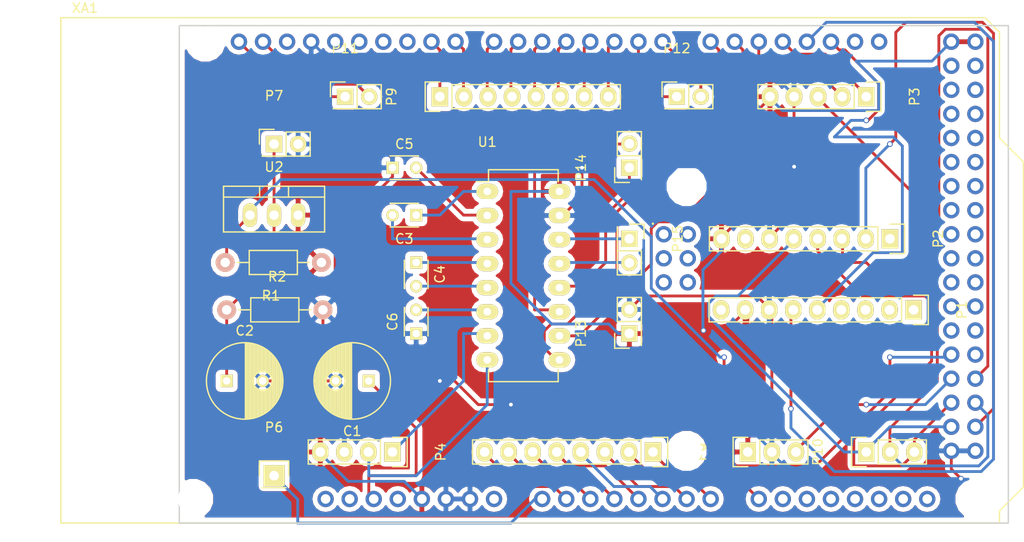
<source format=kicad_pcb>
(kicad_pcb (version 4) (host pcbnew 4.0.2+dfsg1-stable)
  (layers (0 F.Cu signal) (31 B.Cu signal) (34 B.Paste user) (35 F.Paste user) (36 B.SilkS user) (37 F.SilkS user) (38 B.Mask user) (39 F.Mask user) (44 Edge.Cuts user))
  (net 0 "")
  (net 1 "Net-(XA1-PadRST2)")
  (net 2 "Net-(XA1-PadGND4)")
  (net 3 "Net-(XA1-PadMOSI)")
  (net 4 "Net-(XA1-PadSCK)")
  (net 5 "Net-(XA1-Pad5V2)")
  (net 6 "Net-(XA1-PadVIN)")
  (net 7 "Net-(XA1-Pad3V3)")
  (net 8 "Net-(XA1-PadIORF)")
  (net 9 "Net-(XA1-PadD21)")
  (net 10 "Net-(XA1-PadD20)")
  (net 11 "Net-(XA1-PadD10)")
  (net 12 "Net-(XA1-PadAREF)")
  (net 13 "Net-(XA1-PadD13)")
  (net 14 "Net-(XA1-PadD12)")
  (net 15 "Net-(XA1-PadD11)")
  (net 16 "Net-(XA1-PadA9)")
  (net 17 "Net-(XA1-PadA10)")
  (net 18 "Net-(XA1-PadA11)")
  (net 19 "Net-(XA1-PadA12)")
  (net 20 "Net-(XA1-PadA13)")
  (net 21 "Net-(XA1-PadA14)")
  (net 22 "Net-(XA1-PadA15)")
  (net 23 "Net-(XA1-PadD22)")
  (net 24 "Net-(XA1-PadD23)")
  (net 25 "Net-(XA1-PadD24)")
  (net 26 "Net-(XA1-PadD25)")
  (net 27 "Net-(XA1-PadD26)")
  (net 28 "Net-(XA1-PadD27)")
  (net 29 "Net-(XA1-PadD28)")
  (net 30 "Net-(XA1-PadD29)")
  (net 31 "Net-(XA1-PadD30)")
  (net 32 "Net-(XA1-PadD31)")
  (net 33 "Net-(XA1-PadD32)")
  (net 34 "Net-(XA1-PadD33)")
  (net 35 "Net-(XA1-PadD34)")
  (net 36 "Net-(XA1-PadD35)")
  (net 37 "Net-(XA1-PadD36)")
  (net 38 "Net-(XA1-PadD37)")
  (net 39 "Net-(XA1-PadD38)")
  (net 40 "Net-(XA1-PadD39)")
  (net 41 "Net-(XA1-PadD40)")
  (net 42 "Net-(XA1-PadD41)")
  (net 43 "Net-(XA1-PadD42)")
  (net 44 "Net-(XA1-PadD43)")
  (net 45 "Net-(XA1-PadD44)")
  (net 46 "Net-(XA1-PadD45)")
  (net 47 "Net-(XA1-PadD47)")
  (net 48 "Net-(XA1-PadMISO)")
  (net 49 GND)
  (net 50 "Net-(C1-Pad1)")
  (net 51 "Net-(C2-Pad1)")
  (net 52 "Net-(C3-Pad1)")
  (net 53 "Net-(C3-Pad2)")
  (net 54 "Net-(C4-Pad1)")
  (net 55 "Net-(C4-Pad2)")
  (net 56 "Net-(C5-Pad2)")
  (net 57 "Net-(C6-Pad2)")
  (net 58 "Net-(P1-Pad1)")
  (net 59 "Net-(P1-Pad2)")
  (net 60 "Net-(P1-Pad3)")
  (net 61 "Net-(P1-Pad4)")
  (net 62 /MEGA_RX_1)
  (net 63 /MEGA_TX_1)
  (net 64 +5V)
  (net 65 "Net-(P1-Pad9)")
  (net 66 "Net-(P2-Pad1)")
  (net 67 /SS)
  (net 68 /MOSI)
  (net 69 /MISO)
  (net 70 /SCK)
  (net 71 "Net-(P2-Pad7)")
  (net 72 /IRD_RXC)
  (net 73 /IRD_TXD)
  (net 74 /IRD_ON_OFF)
  (net 75 /VN_YELLOW)
  (net 76 /VN_WHITE)
  (net 77 /MEGA_feedback)
  (net 78 /BATT_+)
  (net 79 /ANALOG_1)
  (net 80 /ANALOG_2)
  (net 81 /ANALOG_3)
  (net 82 /ANALOG_4)
  (net 83 /ANALOG_5)
  (net 84 /ANALOG_6)
  (net 85 /ANALOG_7)
  (net 86 /ANALOG_8)
  (net 87 /DGTL_1)
  (net 88 /DGTL_2)
  (net 89 /DGTL_3)
  (net 90 /DGTL_4)
  (net 91 /DGTL_5)
  (net 92 /DGTL_6)
  (net 93 /DGTL_7)
  (net 94 /DGTL_8)
  (net 95 /SCL)
  (net 96 /SDA)
  (net 97 /TX0)
  (net 98 /RX0)
  (net 99 "Net-(P14-Pad1)")
  (net 100 "Net-(P14-Pad2)")
  (net 101 "Net-(P15-Pad1)")
  (net 102 "Net-(P15-Pad2)")
  (net 103 /RPI_control)
  (net 104 /TX3)
  (net 105 /RX3)
  (module Arduino:Arduino_Mega2560_Shield (layer F.Cu) (at 112.5 140)
    (fp_text reference XA1 (at 2.54 -54.356) (layer F.SilkS))
    (fp_text value Arduino_Mega2560_Shield)
    (fp_text user . (at 62.484 -32.004) (layer F.SilkS))
    (pad RST2 thru_hole oval (at 63.627 -25.4) (size 1.7272 1.7272) (drill 1.016) (layers *.Cu *.Mask) (net 1 "Net-(XA1-PadRST2)"))
    (pad GND4 thru_hole oval (at 66.167 -25.4) (size 1.7272 1.7272) (drill 1.016) (layers *.Cu *.Mask) (net 2 "Net-(XA1-PadGND4)"))
    (pad MOSI thru_hole oval (at 66.167 -27.94) (size 1.7272 1.7272) (drill 1.016) (layers *.Cu *.Mask) (net 3 "Net-(XA1-PadMOSI)"))
    (pad SCK thru_hole oval (at 63.627 -27.94) (size 1.7272 1.7272) (drill 1.016) (layers *.Cu *.Mask) (net 4 "Net-(XA1-PadSCK)"))
    (pad 5V2 thru_hole oval (at 66.167 -30.48) (size 1.7272 1.7272) (drill 1.016) (layers *.Cu *.Mask) (net 5 "Net-(XA1-Pad5V2)"))
    (pad A0 thru_hole oval (at 50.8 -2.54) (size 1.7272 1.7272) (drill 1.016) (layers *.Cu *.Mask) (net 78 /BATT_+))
    (pad VIN thru_hole oval (at 45.72 -2.54) (size 1.7272 1.7272) (drill 1.016) (layers *.Cu *.Mask) (net 6 "Net-(XA1-PadVIN)"))
    (pad GND3 thru_hole oval (at 43.18 -2.54) (size 1.7272 1.7272) (drill 1.016) (layers *.Cu *.Mask) (net 49 GND))
    (pad GND2 thru_hole oval (at 40.64 -2.54) (size 1.7272 1.7272) (drill 1.016) (layers *.Cu *.Mask) (net 49 GND))
    (pad 5V1 thru_hole oval (at 38.1 -2.54) (size 1.7272 1.7272) (drill 1.016) (layers *.Cu *.Mask) (net 64 +5V))
    (pad 3V3 thru_hole oval (at 35.56 -2.54) (size 1.7272 1.7272) (drill 1.016) (layers *.Cu *.Mask) (net 7 "Net-(XA1-Pad3V3)"))
    (pad RST1 thru_hole oval (at 33.02 -2.54) (size 1.7272 1.7272) (drill 1.016) (layers *.Cu *.Mask) (net 50 "Net-(C1-Pad1)"))
    (pad IORF thru_hole oval (at 30.48 -2.54) (size 1.7272 1.7272) (drill 1.016) (layers *.Cu *.Mask) (net 8 "Net-(XA1-PadIORF)"))
    (pad D21 thru_hole oval (at 86.36 -50.8) (size 1.7272 1.7272) (drill 1.016) (layers *.Cu *.Mask) (net 9 "Net-(XA1-PadD21)"))
    (pad D20 thru_hole oval (at 83.82 -50.8) (size 1.7272 1.7272) (drill 1.016) (layers *.Cu *.Mask) (net 10 "Net-(XA1-PadD20)"))
    (pad D19 thru_hole oval (at 81.28 -50.8) (size 1.7272 1.7272) (drill 1.016) (layers *.Cu *.Mask) (net 62 /MEGA_RX_1))
    (pad D18 thru_hole oval (at 78.74 -50.8) (size 1.7272 1.7272) (drill 1.016) (layers *.Cu *.Mask) (net 63 /MEGA_TX_1))
    (pad D17 thru_hole oval (at 76.2 -50.8) (size 1.7272 1.7272) (drill 1.016) (layers *.Cu *.Mask) (net 72 /IRD_RXC))
    (pad D16 thru_hole oval (at 73.66 -50.8) (size 1.7272 1.7272) (drill 1.016) (layers *.Cu *.Mask) (net 73 /IRD_TXD))
    (pad D15 thru_hole oval (at 71.12 -50.8) (size 1.7272 1.7272) (drill 1.016) (layers *.Cu *.Mask) (net 105 /RX3))
    (pad D14 thru_hole oval (at 68.58 -50.8) (size 1.7272 1.7272) (drill 1.016) (layers *.Cu *.Mask) (net 104 /TX3))
    (pad D0 thru_hole oval (at 63.5 -50.8) (size 1.7272 1.7272) (drill 1.016) (layers *.Cu *.Mask) (net 98 /RX0))
    (pad D1 thru_hole oval (at 60.96 -50.8) (size 1.7272 1.7272) (drill 1.016) (layers *.Cu *.Mask) (net 97 /TX0))
    (pad D2 thru_hole oval (at 58.42 -50.8) (size 1.7272 1.7272) (drill 1.016) (layers *.Cu *.Mask) (net 94 /DGTL_8))
    (pad D3 thru_hole oval (at 55.88 -50.8) (size 1.7272 1.7272) (drill 1.016) (layers *.Cu *.Mask) (net 93 /DGTL_7))
    (pad D4 thru_hole oval (at 53.34 -50.8) (size 1.7272 1.7272) (drill 1.016) (layers *.Cu *.Mask) (net 92 /DGTL_6))
    (pad D5 thru_hole oval (at 50.8 -50.8) (size 1.7272 1.7272) (drill 1.016) (layers *.Cu *.Mask) (net 91 /DGTL_5))
    (pad D6 thru_hole oval (at 48.26 -50.8) (size 1.7272 1.7272) (drill 1.016) (layers *.Cu *.Mask) (net 90 /DGTL_4))
    (pad D7 thru_hole oval (at 45.72 -50.8) (size 1.7272 1.7272) (drill 1.016) (layers *.Cu *.Mask) (net 89 /DGTL_3))
    (pad GND1 thru_hole oval (at 26.416 -50.8) (size 1.7272 1.7272) (drill 1.016) (layers *.Cu *.Mask) (net 49 GND))
    (pad D8 thru_hole oval (at 41.656 -50.8) (size 1.7272 1.7272) (drill 1.016) (layers *.Cu *.Mask) (net 88 /DGTL_2))
    (pad D9 thru_hole oval (at 39.116 -50.8) (size 1.7272 1.7272) (drill 1.016) (layers *.Cu *.Mask) (net 87 /DGTL_1))
    (pad D10 thru_hole oval (at 36.576 -50.8) (size 1.7272 1.7272) (drill 1.016) (layers *.Cu *.Mask) (net 11 "Net-(XA1-PadD10)"))
    (pad "" np_thru_hole circle (at 66.04 -7.62) (size 3.2 3.2) (drill 3.2) (layers *.Cu *.Mask))
    (pad "" np_thru_hole circle (at 66.04 -35.56) (size 3.2 3.2) (drill 3.2) (layers *.Cu *.Mask))
    (pad "" np_thru_hole circle (at 90.17 -50.8) (size 3.2 3.2) (drill 3.2) (layers *.Cu *.Mask))
    (pad "" np_thru_hole circle (at 15.24 -50.8) (size 3.2 3.2) (drill 3.2) (layers *.Cu *.Mask))
    (pad "" np_thru_hole circle (at 96.52 -2.54) (size 3.2 3.2) (drill 3.2) (layers *.Cu *.Mask))
    (pad "" np_thru_hole circle (at 13.97 -2.54) (size 3.2 3.2) (drill 3.2) (layers *.Cu *.Mask))
    (pad SCL thru_hole oval (at 18.796 -50.8) (size 1.7272 1.7272) (drill 1.016) (layers *.Cu *.Mask) (net 95 /SCL))
    (pad SDA thru_hole oval (at 21.336 -50.8) (size 1.7272 1.7272) (drill 1.016) (layers *.Cu *.Mask) (net 96 /SDA))
    (pad AREF thru_hole oval (at 23.876 -50.8) (size 1.7272 1.7272) (drill 1.016) (layers *.Cu *.Mask) (net 12 "Net-(XA1-PadAREF)"))
    (pad D13 thru_hole oval (at 28.956 -50.8) (size 1.7272 1.7272) (drill 1.016) (layers *.Cu *.Mask) (net 13 "Net-(XA1-PadD13)"))
    (pad D12 thru_hole oval (at 31.496 -50.8) (size 1.7272 1.7272) (drill 1.016) (layers *.Cu *.Mask) (net 14 "Net-(XA1-PadD12)"))
    (pad D11 thru_hole oval (at 34.036 -50.8) (size 1.7272 1.7272) (drill 1.016) (layers *.Cu *.Mask) (net 15 "Net-(XA1-PadD11)"))
    (pad "" thru_hole oval (at 27.94 -2.54) (size 1.7272 1.7272) (drill 1.016) (layers *.Cu *.Mask))
    (pad A1 thru_hole oval (at 53.34 -2.54) (size 1.7272 1.7272) (drill 1.016) (layers *.Cu *.Mask) (net 86 /ANALOG_8))
    (pad A2 thru_hole oval (at 55.88 -2.54) (size 1.7272 1.7272) (drill 1.016) (layers *.Cu *.Mask) (net 85 /ANALOG_7))
    (pad A3 thru_hole oval (at 58.42 -2.54) (size 1.7272 1.7272) (drill 1.016) (layers *.Cu *.Mask) (net 84 /ANALOG_6))
    (pad A4 thru_hole oval (at 60.96 -2.54) (size 1.7272 1.7272) (drill 1.016) (layers *.Cu *.Mask) (net 83 /ANALOG_5))
    (pad A5 thru_hole oval (at 63.5 -2.54) (size 1.7272 1.7272) (drill 1.016) (layers *.Cu *.Mask) (net 82 /ANALOG_4))
    (pad A6 thru_hole oval (at 66.04 -2.54) (size 1.7272 1.7272) (drill 1.016) (layers *.Cu *.Mask) (net 81 /ANALOG_3))
    (pad A7 thru_hole oval (at 68.58 -2.54) (size 1.7272 1.7272) (drill 1.016) (layers *.Cu *.Mask) (net 80 /ANALOG_2))
    (pad A8 thru_hole oval (at 73.66 -2.54) (size 1.7272 1.7272) (drill 1.016) (layers *.Cu *.Mask) (net 79 /ANALOG_1))
    (pad A9 thru_hole oval (at 76.2 -2.54) (size 1.7272 1.7272) (drill 1.016) (layers *.Cu *.Mask) (net 16 "Net-(XA1-PadA9)"))
    (pad A10 thru_hole oval (at 78.74 -2.54) (size 1.7272 1.7272) (drill 1.016) (layers *.Cu *.Mask) (net 17 "Net-(XA1-PadA10)"))
    (pad A11 thru_hole oval (at 81.28 -2.54) (size 1.7272 1.7272) (drill 1.016) (layers *.Cu *.Mask) (net 18 "Net-(XA1-PadA11)"))
    (pad A12 thru_hole oval (at 83.82 -2.54) (size 1.7272 1.7272) (drill 1.016) (layers *.Cu *.Mask) (net 19 "Net-(XA1-PadA12)"))
    (pad A13 thru_hole oval (at 86.36 -2.54) (size 1.7272 1.7272) (drill 1.016) (layers *.Cu *.Mask) (net 20 "Net-(XA1-PadA13)"))
    (pad A14 thru_hole oval (at 88.9 -2.54) (size 1.7272 1.7272) (drill 1.016) (layers *.Cu *.Mask) (net 21 "Net-(XA1-PadA14)"))
    (pad A15 thru_hole oval (at 91.44 -2.54) (size 1.7272 1.7272) (drill 1.016) (layers *.Cu *.Mask) (net 22 "Net-(XA1-PadA15)"))
    (pad 5V3 thru_hole oval (at 93.98 -50.8) (size 1.7272 1.7272) (drill 1.016) (layers *.Cu *.Mask) (net 64 +5V))
    (pad 5V4 thru_hole oval (at 96.52 -50.8) (size 1.7272 1.7272) (drill 1.016) (layers *.Cu *.Mask) (net 64 +5V))
    (pad D22 thru_hole oval (at 93.98 -48.26) (size 1.7272 1.7272) (drill 1.016) (layers *.Cu *.Mask) (net 23 "Net-(XA1-PadD22)"))
    (pad D23 thru_hole oval (at 96.52 -48.26) (size 1.7272 1.7272) (drill 1.016) (layers *.Cu *.Mask) (net 24 "Net-(XA1-PadD23)"))
    (pad D24 thru_hole oval (at 93.98 -45.72) (size 1.7272 1.7272) (drill 1.016) (layers *.Cu *.Mask) (net 25 "Net-(XA1-PadD24)"))
    (pad D25 thru_hole oval (at 96.52 -45.72) (size 1.7272 1.7272) (drill 1.016) (layers *.Cu *.Mask) (net 26 "Net-(XA1-PadD25)"))
    (pad D26 thru_hole oval (at 93.98 -43.18) (size 1.7272 1.7272) (drill 1.016) (layers *.Cu *.Mask) (net 27 "Net-(XA1-PadD26)"))
    (pad D27 thru_hole oval (at 96.52 -43.18) (size 1.7272 1.7272) (drill 1.016) (layers *.Cu *.Mask) (net 28 "Net-(XA1-PadD27)"))
    (pad D28 thru_hole oval (at 93.98 -40.64) (size 1.7272 1.7272) (drill 1.016) (layers *.Cu *.Mask) (net 29 "Net-(XA1-PadD28)"))
    (pad D29 thru_hole oval (at 96.52 -40.64) (size 1.7272 1.7272) (drill 1.016) (layers *.Cu *.Mask) (net 30 "Net-(XA1-PadD29)"))
    (pad D30 thru_hole oval (at 93.98 -38.1) (size 1.7272 1.7272) (drill 1.016) (layers *.Cu *.Mask) (net 31 "Net-(XA1-PadD30)"))
    (pad D31 thru_hole oval (at 96.52 -38.1) (size 1.7272 1.7272) (drill 1.016) (layers *.Cu *.Mask) (net 32 "Net-(XA1-PadD31)"))
    (pad D32 thru_hole oval (at 93.98 -35.56) (size 1.7272 1.7272) (drill 1.016) (layers *.Cu *.Mask) (net 33 "Net-(XA1-PadD32)"))
    (pad D33 thru_hole oval (at 96.52 -35.56) (size 1.7272 1.7272) (drill 1.016) (layers *.Cu *.Mask) (net 34 "Net-(XA1-PadD33)"))
    (pad D34 thru_hole oval (at 93.98 -33.02) (size 1.7272 1.7272) (drill 1.016) (layers *.Cu *.Mask) (net 35 "Net-(XA1-PadD34)"))
    (pad D35 thru_hole oval (at 96.52 -33.02) (size 1.7272 1.7272) (drill 1.016) (layers *.Cu *.Mask) (net 36 "Net-(XA1-PadD35)"))
    (pad D36 thru_hole oval (at 93.98 -30.48) (size 1.7272 1.7272) (drill 1.016) (layers *.Cu *.Mask) (net 37 "Net-(XA1-PadD36)"))
    (pad D37 thru_hole oval (at 96.52 -30.48) (size 1.7272 1.7272) (drill 1.016) (layers *.Cu *.Mask) (net 38 "Net-(XA1-PadD37)"))
    (pad D38 thru_hole oval (at 93.98 -27.94) (size 1.7272 1.7272) (drill 1.016) (layers *.Cu *.Mask) (net 39 "Net-(XA1-PadD38)"))
    (pad D39 thru_hole oval (at 96.52 -27.94) (size 1.7272 1.7272) (drill 1.016) (layers *.Cu *.Mask) (net 40 "Net-(XA1-PadD39)"))
    (pad D40 thru_hole oval (at 93.98 -25.4) (size 1.7272 1.7272) (drill 1.016) (layers *.Cu *.Mask) (net 41 "Net-(XA1-PadD40)"))
    (pad D41 thru_hole oval (at 96.52 -25.4) (size 1.7272 1.7272) (drill 1.016) (layers *.Cu *.Mask) (net 42 "Net-(XA1-PadD41)"))
    (pad D42 thru_hole oval (at 93.98 -22.86) (size 1.7272 1.7272) (drill 1.016) (layers *.Cu *.Mask) (net 43 "Net-(XA1-PadD42)"))
    (pad D43 thru_hole oval (at 96.52 -22.86) (size 1.7272 1.7272) (drill 1.016) (layers *.Cu *.Mask) (net 44 "Net-(XA1-PadD43)"))
    (pad D44 thru_hole oval (at 93.98 -20.32) (size 1.7272 1.7272) (drill 1.016) (layers *.Cu *.Mask) (net 45 "Net-(XA1-PadD44)"))
    (pad D45 thru_hole oval (at 96.52 -20.32) (size 1.7272 1.7272) (drill 1.016) (layers *.Cu *.Mask) (net 46 "Net-(XA1-PadD45)"))
    (pad D46 thru_hole oval (at 93.98 -17.78) (size 1.7272 1.7272) (drill 1.016) (layers *.Cu *.Mask) (net 103 /RPI_control))
    (pad D47 thru_hole oval (at 96.52 -17.78) (size 1.7272 1.7272) (drill 1.016) (layers *.Cu *.Mask) (net 47 "Net-(XA1-PadD47)"))
    (pad D48 thru_hole oval (at 93.98 -15.24) (size 1.7272 1.7272) (drill 1.016) (layers *.Cu *.Mask) (net 77 /MEGA_feedback))
    (pad D49 thru_hole oval (at 96.52 -15.24) (size 1.7272 1.7272) (drill 1.016) (layers *.Cu *.Mask) (net 74 /IRD_ON_OFF))
    (pad D50 thru_hole oval (at 93.98 -12.7) (size 1.7272 1.7272) (drill 1.016) (layers *.Cu *.Mask) (net 69 /MISO))
    (pad D51 thru_hole oval (at 96.52 -12.7) (size 1.7272 1.7272) (drill 1.016) (layers *.Cu *.Mask) (net 68 /MOSI))
    (pad D52 thru_hole oval (at 93.98 -10.16) (size 1.7272 1.7272) (drill 1.016) (layers *.Cu *.Mask) (net 70 /SCK))
    (pad D53 thru_hole oval (at 96.52 -10.16) (size 1.7272 1.7272) (drill 1.016) (layers *.Cu *.Mask) (net 67 /SS))
    (pad GND5 thru_hole oval (at 93.98 -7.62) (size 1.7272 1.7272) (drill 1.016) (layers *.Cu *.Mask) (net 49 GND))
    (pad GND6 thru_hole oval (at 96.52 -7.62) (size 1.7272 1.7272) (drill 1.016) (layers *.Cu *.Mask) (net 49 GND))
    (pad MISO thru_hole oval (at 63.627 -30.48) (size 1.7272 1.7272) (drill 1.016) (layers *.Cu *.Mask) (net 48 "Net-(XA1-PadMISO)"))
  )
  (module Capacitors_ThroughHole:C_Radial_D8_L11.5_P3.5 (layer F.Cu) (at 145 125 180)
    (fp_text reference C1 (at 1.75 -5.3 180) (layer F.SilkS))
    (fp_text value 1uF)
    (pad 2 thru_hole circle (at 3.5 0 180) (size 1.3 1.3) (drill 0.8) (layers *.Cu *.Mask F.SilkS) (net 49 GND))
    (pad 1 thru_hole rect (at 0 0 180) (size 1.3 1.3) (drill 0.8) (layers *.Cu *.Mask F.SilkS) (net 50 "Net-(C1-Pad1)"))
  )
  (module Capacitors_ThroughHole:C_Radial_D8_L13_P3.8 (layer F.Cu) (at 130 125)
    (fp_text reference C2 (at 1.9 -5.3) (layer F.SilkS))
    (fp_text value 1000uF)
    (pad 1 thru_hole rect (at 0 0) (size 1.3 1.3) (drill 0.8) (layers *.Cu *.Mask F.SilkS) (net 51 "Net-(C2-Pad1)"))
    (pad 2 thru_hole circle (at 3.8 0) (size 1.3 1.3) (drill 0.8) (layers *.Cu *.Mask F.SilkS) (net 49 GND))
  )
  (module Capacitors_ThroughHole:C_Disc_D3_P2.5 (layer F.Cu) (at 150 107.5 180)
    (fp_text reference C3 (at 1.25 -2.5 180) (layer F.SilkS))
    (fp_text value 1.0uF)
    (pad 1 thru_hole rect (at 0 0 180) (size 1.3 1.3) (drill 0.8) (layers *.Cu *.Mask F.SilkS) (net 52 "Net-(C3-Pad1)"))
    (pad 2 thru_hole circle (at 2.5 0 180) (size 1.3 1.3) (drill 0.8001) (layers *.Cu *.Mask F.SilkS) (net 53 "Net-(C3-Pad2)"))
  )
  (module Capacitors_ThroughHole:C_Disc_D3_P2.5 (layer F.Cu) (at 150 112.5 270)
    (fp_text reference C4 (at 1.25 -2.5 270) (layer F.SilkS))
    (fp_text value 1.0uF)
    (pad 1 thru_hole rect (at 0 0 270) (size 1.3 1.3) (drill 0.8) (layers *.Cu *.Mask F.SilkS) (net 54 "Net-(C4-Pad1)"))
    (pad 2 thru_hole circle (at 2.5 0 270) (size 1.3 1.3) (drill 0.8001) (layers *.Cu *.Mask F.SilkS) (net 55 "Net-(C4-Pad2)"))
  )
  (module Capacitors_ThroughHole:C_Disc_D3_P2.5 (layer F.Cu) (at 147.5 102.5)
    (fp_text reference C5 (at 1.25 -2.5) (layer F.SilkS))
    (fp_text value 1.0uF)
    (pad 1 thru_hole rect (at 0 0) (size 1.3 1.3) (drill 0.8) (layers *.Cu *.Mask F.SilkS) (net 49 GND))
    (pad 2 thru_hole circle (at 2.5 0) (size 1.3 1.3) (drill 0.8001) (layers *.Cu *.Mask F.SilkS) (net 56 "Net-(C5-Pad2)"))
  )
  (module Capacitors_ThroughHole:C_Disc_D3_P2.5 (layer F.Cu) (at 150 120 90)
    (fp_text reference C6 (at 1.25 -2.5 90) (layer F.SilkS))
    (fp_text value 1.0uF)
    (pad 1 thru_hole rect (at 0 0 90) (size 1.3 1.3) (drill 0.8) (layers *.Cu *.Mask F.SilkS) (net 49 GND))
    (pad 2 thru_hole circle (at 2.5 0 90) (size 1.3 1.3) (drill 0.8001) (layers *.Cu *.Mask F.SilkS) (net 57 "Net-(C6-Pad2)"))
  )
  (module Pin_Headers:Pin_Header_Straight_1x09 (layer F.Cu) (at 202.5 117.5 270)
    (fp_text reference P1 (at 0 -5.1 270) (layer F.SilkS))
    (fp_text value GPS_breakout_connector)
    (pad 1 thru_hole rect (at 0 0 270) (size 2.032 1.7272) (drill 1.016) (layers *.Cu *.Mask F.SilkS) (net 58 "Net-(P1-Pad1)"))
    (pad 2 thru_hole oval (at 0 2.54 270) (size 2.032 1.7272) (drill 1.016) (layers *.Cu *.Mask F.SilkS) (net 59 "Net-(P1-Pad2)"))
    (pad 3 thru_hole oval (at 0 5.08 270) (size 2.032 1.7272) (drill 1.016) (layers *.Cu *.Mask F.SilkS) (net 60 "Net-(P1-Pad3)"))
    (pad 4 thru_hole oval (at 0 7.62 270) (size 2.032 1.7272) (drill 1.016) (layers *.Cu *.Mask F.SilkS) (net 61 "Net-(P1-Pad4)"))
    (pad 5 thru_hole oval (at 0 10.16 270) (size 2.032 1.7272) (drill 1.016) (layers *.Cu *.Mask F.SilkS) (net 62 /MEGA_RX_1))
    (pad 6 thru_hole oval (at 0 12.7 270) (size 2.032 1.7272) (drill 1.016) (layers *.Cu *.Mask F.SilkS) (net 63 /MEGA_TX_1))
    (pad 7 thru_hole oval (at 0 15.24 270) (size 2.032 1.7272) (drill 1.016) (layers *.Cu *.Mask F.SilkS) (net 49 GND))
    (pad 8 thru_hole oval (at 0 17.78 270) (size 2.032 1.7272) (drill 1.016) (layers *.Cu *.Mask F.SilkS) (net 64 +5V))
    (pad 9 thru_hole oval (at 0 20.32 270) (size 2.032 1.7272) (drill 1.016) (layers *.Cu *.Mask F.SilkS) (net 65 "Net-(P1-Pad9)"))
  )
  (module Pin_Headers:Pin_Header_Straight_1x08 (layer F.Cu) (at 200 110 270)
    (fp_text reference P2 (at 0 -5.1 270) (layer F.SilkS))
    (fp_text value SD_breakout_connector)
    (pad 1 thru_hole rect (at 0 0 270) (size 2.032 1.7272) (drill 1.016) (layers *.Cu *.Mask F.SilkS) (net 66 "Net-(P2-Pad1)"))
    (pad 2 thru_hole oval (at 0 2.54 270) (size 2.032 1.7272) (drill 1.016) (layers *.Cu *.Mask F.SilkS) (net 67 /SS))
    (pad 3 thru_hole oval (at 0 5.08 270) (size 2.032 1.7272) (drill 1.016) (layers *.Cu *.Mask F.SilkS) (net 68 /MOSI))
    (pad 4 thru_hole oval (at 0 7.62 270) (size 2.032 1.7272) (drill 1.016) (layers *.Cu *.Mask F.SilkS) (net 69 /MISO))
    (pad 5 thru_hole oval (at 0 10.16 270) (size 2.032 1.7272) (drill 1.016) (layers *.Cu *.Mask F.SilkS) (net 70 /SCK))
    (pad 6 thru_hole oval (at 0 12.7 270) (size 2.032 1.7272) (drill 1.016) (layers *.Cu *.Mask F.SilkS) (net 49 GND))
    (pad 7 thru_hole oval (at 0 15.24 270) (size 2.032 1.7272) (drill 1.016) (layers *.Cu *.Mask F.SilkS) (net 71 "Net-(P2-Pad7)"))
    (pad 8 thru_hole oval (at 0 17.78 270) (size 2.032 1.7272) (drill 1.016) (layers *.Cu *.Mask F.SilkS) (net 64 +5V))
  )
  (module Pin_Headers:Pin_Header_Straight_1x05 (layer F.Cu) (at 197.5 95 270)
    (fp_text reference P3 (at 0 -5.1 270) (layer F.SilkS))
    (fp_text value Iridium_connector)
    (pad 1 thru_hole rect (at 0 0 270) (size 2.032 1.7272) (drill 1.016) (layers *.Cu *.Mask F.SilkS) (net 72 /IRD_RXC))
    (pad 2 thru_hole oval (at 0 2.54 270) (size 2.032 1.7272) (drill 1.016) (layers *.Cu *.Mask F.SilkS) (net 73 /IRD_TXD))
    (pad 3 thru_hole oval (at 0 5.08 270) (size 2.032 1.7272) (drill 1.016) (layers *.Cu *.Mask F.SilkS) (net 74 /IRD_ON_OFF))
    (pad 4 thru_hole oval (at 0 7.62 270) (size 2.032 1.7272) (drill 1.016) (layers *.Cu *.Mask F.SilkS) (net 49 GND))
    (pad 5 thru_hole oval (at 0 10.16 270) (size 2.032 1.7272) (drill 1.016) (layers *.Cu *.Mask F.SilkS) (net 64 +5V))
  )
  (module Pin_Headers:Pin_Header_Straight_1x04 (layer F.Cu) (at 147.5 132.5 270)
    (fp_text reference P4 (at 0 -5.1 270) (layer F.SilkS))
    (fp_text value VN100_connector)
    (pad 1 thru_hole rect (at 0 0 270) (size 2.032 1.7272) (drill 1.016) (layers *.Cu *.Mask F.SilkS) (net 75 /VN_YELLOW))
    (pad 2 thru_hole oval (at 0 2.54 270) (size 2.032 1.7272) (drill 1.016) (layers *.Cu *.Mask F.SilkS) (net 76 /VN_WHITE))
    (pad 3 thru_hole oval (at 0 5.08 270) (size 2.032 1.7272) (drill 1.016) (layers *.Cu *.Mask F.SilkS) (net 49 GND))
    (pad 4 thru_hole oval (at 0 7.62 270) (size 2.032 1.7272) (drill 1.016) (layers *.Cu *.Mask F.SilkS) (net 64 +5V))
  )
  (module Pin_Headers:Pin_Header_Straight_1x03 (layer F.Cu) (at 185 132.5 90)
    (fp_text reference P5 (at 0 -5.1 90) (layer F.SilkS))
    (fp_text value PowerManager_connector)
    (pad 1 thru_hole rect (at 0 0 90) (size 2.032 1.7272) (drill 1.016) (layers *.Cu *.Mask F.SilkS) (net 64 +5V))
    (pad 2 thru_hole oval (at 0 2.54 90) (size 2.032 1.7272) (drill 1.016) (layers *.Cu *.Mask F.SilkS) (net 49 GND))
    (pad 3 thru_hole oval (at 0 5.08 90) (size 2.032 1.7272) (drill 1.016) (layers *.Cu *.Mask F.SilkS) (net 77 /MEGA_feedback))
  )
  (module Pin_Headers:Pin_Header_Straight_1x01 (layer F.Cu) (at 135 135)
    (fp_text reference P6 (at 0 -5.1) (layer F.SilkS))
    (fp_text value BATT_connector)
    (pad 1 thru_hole rect (at 0 0) (size 2.2352 2.2352) (drill 1.016) (layers *.Cu *.Mask F.SilkS) (net 78 /BATT_+))
  )
  (module Pin_Headers:Pin_Header_Straight_2x01 (layer F.Cu) (at 135 100)
    (fp_text reference P7 (at 0 -5.1) (layer F.SilkS))
    (fp_text value RPI_connector)
    (pad 1 thru_hole rect (at 0 0) (size 1.7272 1.7272) (drill 1.016) (layers *.Cu *.Mask F.SilkS) (net 51 "Net-(C2-Pad1)"))
    (pad 2 thru_hole oval (at 2.54 0) (size 1.7272 1.7272) (drill 1.016) (layers *.Cu *.Mask F.SilkS) (net 49 GND))
  )
  (module Pin_Headers:Pin_Header_Straight_1x08 (layer F.Cu) (at 175 132.5 270)
    (fp_text reference P8 (at 0 -5.1 270) (layer F.SilkS))
    (fp_text value CONN_01X08)
    (pad 1 thru_hole rect (at 0 0 270) (size 2.032 1.7272) (drill 1.016) (layers *.Cu *.Mask F.SilkS) (net 79 /ANALOG_1))
    (pad 2 thru_hole oval (at 0 2.54 270) (size 2.032 1.7272) (drill 1.016) (layers *.Cu *.Mask F.SilkS) (net 80 /ANALOG_2))
    (pad 3 thru_hole oval (at 0 5.08 270) (size 2.032 1.7272) (drill 1.016) (layers *.Cu *.Mask F.SilkS) (net 81 /ANALOG_3))
    (pad 4 thru_hole oval (at 0 7.62 270) (size 2.032 1.7272) (drill 1.016) (layers *.Cu *.Mask F.SilkS) (net 82 /ANALOG_4))
    (pad 5 thru_hole oval (at 0 10.16 270) (size 2.032 1.7272) (drill 1.016) (layers *.Cu *.Mask F.SilkS) (net 83 /ANALOG_5))
    (pad 6 thru_hole oval (at 0 12.7 270) (size 2.032 1.7272) (drill 1.016) (layers *.Cu *.Mask F.SilkS) (net 84 /ANALOG_6))
    (pad 7 thru_hole oval (at 0 15.24 270) (size 2.032 1.7272) (drill 1.016) (layers *.Cu *.Mask F.SilkS) (net 85 /ANALOG_7))
    (pad 8 thru_hole oval (at 0 17.78 270) (size 2.032 1.7272) (drill 1.016) (layers *.Cu *.Mask F.SilkS) (net 86 /ANALOG_8))
  )
  (module Pin_Headers:Pin_Header_Straight_1x08 (layer F.Cu) (at 152.5 95 90)
    (fp_text reference P9 (at 0 -5.1 90) (layer F.SilkS))
    (fp_text value CONN_01X08)
    (pad 1 thru_hole rect (at 0 0 90) (size 2.032 1.7272) (drill 1.016) (layers *.Cu *.Mask F.SilkS) (net 87 /DGTL_1))
    (pad 2 thru_hole oval (at 0 2.54 90) (size 2.032 1.7272) (drill 1.016) (layers *.Cu *.Mask F.SilkS) (net 88 /DGTL_2))
    (pad 3 thru_hole oval (at 0 5.08 90) (size 2.032 1.7272) (drill 1.016) (layers *.Cu *.Mask F.SilkS) (net 89 /DGTL_3))
    (pad 4 thru_hole oval (at 0 7.62 90) (size 2.032 1.7272) (drill 1.016) (layers *.Cu *.Mask F.SilkS) (net 90 /DGTL_4))
    (pad 5 thru_hole oval (at 0 10.16 90) (size 2.032 1.7272) (drill 1.016) (layers *.Cu *.Mask F.SilkS) (net 91 /DGTL_5))
    (pad 6 thru_hole oval (at 0 12.7 90) (size 2.032 1.7272) (drill 1.016) (layers *.Cu *.Mask F.SilkS) (net 92 /DGTL_6))
    (pad 7 thru_hole oval (at 0 15.24 90) (size 2.032 1.7272) (drill 1.016) (layers *.Cu *.Mask F.SilkS) (net 93 /DGTL_7))
    (pad 8 thru_hole oval (at 0 17.78 90) (size 2.032 1.7272) (drill 1.016) (layers *.Cu *.Mask F.SilkS) (net 94 /DGTL_8))
  )
  (module Pin_Headers:Pin_Header_Straight_1x03 (layer F.Cu) (at 197.5 132.5 90)
    (fp_text reference P10 (at 0 -5.1 90) (layer F.SilkS))
    (fp_text value CONN_01X03)
    (pad 1 thru_hole rect (at 0 0 90) (size 2.032 1.7272) (drill 1.016) (layers *.Cu *.Mask F.SilkS) (net 70 /SCK))
    (pad 2 thru_hole oval (at 0 2.54 90) (size 2.032 1.7272) (drill 1.016) (layers *.Cu *.Mask F.SilkS) (net 68 /MOSI))
    (pad 3 thru_hole oval (at 0 5.08 90) (size 2.032 1.7272) (drill 1.016) (layers *.Cu *.Mask F.SilkS) (net 69 /MISO))
  )
  (module Pin_Headers:Pin_Header_Straight_2x01 (layer F.Cu) (at 142.5 95)
    (fp_text reference P11 (at 0 -5.1) (layer F.SilkS))
    (fp_text value CONN_01X02)
    (pad 1 thru_hole rect (at 0 0) (size 1.7272 1.7272) (drill 1.016) (layers *.Cu *.Mask F.SilkS) (net 95 /SCL))
    (pad 2 thru_hole oval (at 2.54 0) (size 1.7272 1.7272) (drill 1.016) (layers *.Cu *.Mask F.SilkS) (net 96 /SDA))
  )
  (module Pin_Headers:Pin_Header_Straight_2x01 (layer F.Cu) (at 177.5 95)
    (fp_text reference P12 (at 0 -5.1) (layer F.SilkS))
    (fp_text value CONN_01X02)
    (pad 1 thru_hole rect (at 0 0) (size 1.7272 1.7272) (drill 1.016) (layers *.Cu *.Mask F.SilkS) (net 97 /TX0))
    (pad 2 thru_hole oval (at 2.54 0) (size 1.7272 1.7272) (drill 1.016) (layers *.Cu *.Mask F.SilkS) (net 98 /RX0))
  )
  (module Pin_Headers:Pin_Header_Straight_2x01 (layer F.Cu) (at 172.5 120 90)
    (fp_text reference P13 (at 0 -5.1 90) (layer F.SilkS))
    (fp_text value CONN_01X02)
    (pad 1 thru_hole rect (at 0 0 90) (size 1.7272 1.7272) (drill 1.016) (layers *.Cu *.Mask F.SilkS) (net 64 +5V))
    (pad 2 thru_hole oval (at 2.54 0 90) (size 1.7272 1.7272) (drill 1.016) (layers *.Cu *.Mask F.SilkS) (net 49 GND))
  )
  (module Pin_Headers:Pin_Header_Straight_2x01 (layer F.Cu) (at 172.5 102.5 90)
    (fp_text reference P14 (at 0 -5.1 90) (layer F.SilkS))
    (fp_text value CONN_01X02)
    (pad 1 thru_hole rect (at 0 0 90) (size 1.7272 1.7272) (drill 1.016) (layers *.Cu *.Mask F.SilkS) (net 99 "Net-(P14-Pad1)"))
    (pad 2 thru_hole oval (at 2.54 0 90) (size 1.7272 1.7272) (drill 1.016) (layers *.Cu *.Mask F.SilkS) (net 100 "Net-(P14-Pad2)"))
  )
  (module Pin_Headers:Pin_Header_Straight_2x01 (layer F.Cu) (at 172.5 110 270)
    (fp_text reference P15 (at 0 -5.1 270) (layer F.SilkS))
    (fp_text value CONN_01X02)
    (pad 1 thru_hole rect (at 0 0 270) (size 1.7272 1.7272) (drill 1.016) (layers *.Cu *.Mask F.SilkS) (net 101 "Net-(P15-Pad1)"))
    (pad 2 thru_hole oval (at 2.54 0 270) (size 1.7272 1.7272) (drill 1.016) (layers *.Cu *.Mask F.SilkS) (net 102 "Net-(P15-Pad2)"))
  )
  (module Resistors_ThroughHole:Resistor_Horizontal_RM10mm (layer F.Cu) (at 140 112.5 180)
    (fp_text reference R1 (at 5.32892 -3.50012 180) (layer F.SilkS))
    (fp_text value 46k)
    (pad 1 thru_hole circle (at 0 0 180) (size 1.99898 1.99898) (drill 1.00076) (layers *.Cu *.SilkS *.Mask) (net 64 +5V))
    (pad 2 thru_hole circle (at 10.16 0 180) (size 1.99898 1.99898) (drill 1.00076) (layers *.Cu *.SilkS *.Mask) (net 103 /RPI_control))
  )
  (module Resistors_ThroughHole:Resistor_Horizontal_RM10mm (layer F.Cu) (at 130 117.5)
    (fp_text reference R2 (at 5.32892 -3.50012) (layer F.SilkS))
    (fp_text value 32k)
    (pad 1 thru_hole circle (at 0 0) (size 1.99898 1.99898) (drill 1.00076) (layers *.Cu *.SilkS *.Mask) (net 51 "Net-(C2-Pad1)"))
    (pad 2 thru_hole circle (at 10.16 0) (size 1.99898 1.99898) (drill 1.00076) (layers *.Cu *.SilkS *.Mask) (net 49 GND))
  )
  (module Housings_DIP:DIP-16_W7.62mm_LongPads (layer F.Cu) (at 157.5 105)
    (fp_text reference U1 (at 0 -5.22) (layer F.SilkS))
    (fp_text value MAX232)
    (pad 1 thru_hole oval (at 0 0) (size 2.3 1.6) (drill 0.8) (layers *.Cu *.Mask F.SilkS) (net 52 "Net-(C3-Pad1)"))
    (pad 2 thru_hole oval (at 0 2.54) (size 2.3 1.6) (drill 0.8) (layers *.Cu *.Mask F.SilkS) (net 56 "Net-(C5-Pad2)"))
    (pad 3 thru_hole oval (at 0 5.08) (size 2.3 1.6) (drill 0.8) (layers *.Cu *.Mask F.SilkS) (net 53 "Net-(C3-Pad2)"))
    (pad 4 thru_hole oval (at 0 7.62) (size 2.3 1.6) (drill 0.8) (layers *.Cu *.Mask F.SilkS) (net 54 "Net-(C4-Pad1)"))
    (pad 5 thru_hole oval (at 0 10.16) (size 2.3 1.6) (drill 0.8) (layers *.Cu *.Mask F.SilkS) (net 55 "Net-(C4-Pad2)"))
    (pad 6 thru_hole oval (at 0 12.7) (size 2.3 1.6) (drill 0.8) (layers *.Cu *.Mask F.SilkS) (net 57 "Net-(C6-Pad2)"))
    (pad 7 thru_hole oval (at 0 15.24) (size 2.3 1.6) (drill 0.8) (layers *.Cu *.Mask F.SilkS) (net 75 /VN_YELLOW))
    (pad 8 thru_hole oval (at 0 17.78) (size 2.3 1.6) (drill 0.8) (layers *.Cu *.Mask F.SilkS) (net 76 /VN_WHITE))
    (pad 9 thru_hole oval (at 7.62 17.78) (size 2.3 1.6) (drill 0.8) (layers *.Cu *.Mask F.SilkS) (net 104 /TX3))
    (pad 10 thru_hole oval (at 7.62 15.24) (size 2.3 1.6) (drill 0.8) (layers *.Cu *.Mask F.SilkS) (net 105 /RX3))
    (pad 11 thru_hole oval (at 7.62 12.7) (size 2.3 1.6) (drill 0.8) (layers *.Cu *.Mask F.SilkS) (net 100 "Net-(P14-Pad2)"))
    (pad 12 thru_hole oval (at 7.62 10.16) (size 2.3 1.6) (drill 0.8) (layers *.Cu *.Mask F.SilkS) (net 99 "Net-(P14-Pad1)"))
    (pad 13 thru_hole oval (at 7.62 7.62) (size 2.3 1.6) (drill 0.8) (layers *.Cu *.Mask F.SilkS) (net 102 "Net-(P15-Pad2)"))
    (pad 14 thru_hole oval (at 7.62 5.08) (size 2.3 1.6) (drill 0.8) (layers *.Cu *.Mask F.SilkS) (net 101 "Net-(P15-Pad1)"))
    (pad 15 thru_hole oval (at 7.62 2.54) (size 2.3 1.6) (drill 0.8) (layers *.Cu *.Mask F.SilkS) (net 49 GND))
    (pad 16 thru_hole oval (at 7.62 0) (size 2.3 1.6) (drill 0.8) (layers *.Cu *.Mask F.SilkS) (net 64 +5V))
  )
  (module TO_SOT_Packages_THT:TO-220_Neutral123_Vertical (layer F.Cu) (at 135 107.5)
    (fp_text reference U2 (at 0 -5.08) (layer F.SilkS))
    (fp_text value FQP27P06)
    (pad 2 thru_hole oval (at 0 0 90) (size 2.49936 1.50114) (drill 1.00076) (layers *.Cu *.Mask F.SilkS) (net 51 "Net-(C2-Pad1)"))
    (pad 1 thru_hole oval (at -2.54 0 90) (size 2.49936 1.50114) (drill 1.00076) (layers *.Cu *.Mask F.SilkS) (net 103 /RPI_control))
    (pad 3 thru_hole oval (at 2.54 0 90) (size 2.49936 1.50114) (drill 1.00076) (layers *.Cu *.Mask F.SilkS) (net 64 +5V))
  )
  (gr_line (start 125 140) (end 125 87.5) (angle 90) (layer Edge.Cuts) (width 0.15))
  (gr_line (start 212.5 140) (end 125 140) (angle 90) (layer Edge.Cuts) (width 0.15))
  (gr_line (start 212.5 87.5) (end 212.5 140) (angle 90) (layer Edge.Cuts) (width 0.15))
  (gr_line (start 125 87.5) (end 212.5 87.5) (angle 90) (layer Edge.Cuts) (width 0.15))
  (segment (start 190.053629 135.166029) (end 207.5 135.31603) (width 0.3) (layer B.Cu) (net 49))
  (segment (start 206.48 132.38) (end 206.48 134.29603) (width 0.3) (layer F.Cu) (net 49))
  (segment (start 206.48 134.29603) (end 207.5 135.31603) (width 0.3) (layer F.Cu) (net 49))
  (via (at 207.5 135.31603) (size 0.6) (drill 0.4) (layers F.Cu B.Cu) (net 49))
  (segment (start 206.48 132.38) (end 209.02 132.38) (width 0.3) (layer F.Cu) (net 49))
  (segment (start 187.54 132.5) (end 187.54 132.6524) (width 0.3) (layer B.Cu) (net 49))
  (segment (start 187.54 132.6524) (end 190.053629 135.166029) (width 0.3) (layer B.Cu) (net 49))
  (segment (start 152.5 125) (end 152.5 121.55) (width 0.3) (layer B.Cu) (net 49))
  (segment (start 152.5 121.55) (end 150.95 120) (width 0.3) (layer B.Cu) (net 49))
  (segment (start 150.95 120) (end 150 120) (width 0.3) (layer B.Cu) (net 49))
  (segment (start 160 127.5) (end 156.55 127.5) (width 0.3) (layer F.Cu) (net 49))
  (segment (start 154.05 125) (end 152.5 125) (width 0.3) (layer F.Cu) (net 49))
  (segment (start 156.55 127.5) (end 154.05 125) (width 0.3) (layer F.Cu) (net 49))
  (via (at 152.5 125) (size 0.6) (drill 0.4) (layers F.Cu B.Cu) (net 49))
  (segment (start 187.54 132.5) (end 187.54 132.3476) (width 0.3) (layer B.Cu) (net 49))
  (segment (start 187.54 132.3476) (end 182.6924 127.5) (width 0.3) (layer B.Cu) (net 49))
  (segment (start 182.6924 127.5) (end 160 127.5) (width 0.3) (layer B.Cu) (net 49))
  (via (at 160 127.5) (size 0.6) (drill 0.4) (layers F.Cu B.Cu) (net 49))
  (segment (start 189.88 95) (end 189.88 94.8476) (width 0.3) (layer B.Cu) (net 49))
  (segment (start 139.779599 90.063599) (end 138.916 89.2) (width 0.3) (layer B.Cu) (net 49))
  (segment (start 189.88 94.8476) (end 185.546001 90.513601) (width 0.3) (layer B.Cu) (net 49))
  (segment (start 185.546001 90.513601) (end 140.229601 90.513601) (width 0.3) (layer B.Cu) (net 49))
  (segment (start 140.229601 90.513601) (end 139.779599 90.063599) (width 0.3) (layer B.Cu) (net 49))
  (via (at 189.889999 102.389999) (size 0.6) (drill 0.4) (layers F.Cu B.Cu) (net 49))
  (segment (start 167.5 102.5) (end 169.962798 102.5) (width 0.3) (layer B.Cu) (net 49))
  (segment (start 169.962798 102.5) (end 171.276399 103.813601) (width 0.3) (layer B.Cu) (net 49))
  (segment (start 171.276399 103.813601) (end 176.132397 103.813601) (width 0.3) (layer B.Cu) (net 49))
  (segment (start 176.132397 103.813601) (end 177.555999 102.389999) (width 0.3) (layer B.Cu) (net 49))
  (segment (start 177.555999 102.389999) (end 189.889999 102.389999) (width 0.3) (layer B.Cu) (net 49))
  (segment (start 165.12 107.54) (end 165.47 107.54) (width 0.3) (layer F.Cu) (net 49))
  (segment (start 165.47 107.54) (end 167.5 105.51) (width 0.3) (layer F.Cu) (net 49))
  (segment (start 167.5 105.51) (end 167.5 102.5) (width 0.3) (layer F.Cu) (net 49))
  (via (at 167.5 102.5) (size 0.6) (drill 0.4) (layers F.Cu B.Cu) (net 49))
  (segment (start 172.5 117.46) (end 173.92601 116.03399) (width 0.3) (layer F.Cu) (net 49))
  (segment (start 173.92601 116.03399) (end 185.94639 116.03399) (width 0.3) (layer F.Cu) (net 49))
  (segment (start 185.94639 116.03399) (end 187.26 117.3476) (width 0.3) (layer F.Cu) (net 49))
  (segment (start 187.26 117.3476) (end 187.26 117.5) (width 0.3) (layer F.Cu) (net 49))
  (segment (start 147.5 102.5) (end 147.5 103.45) (width 0.3) (layer F.Cu) (net 49))
  (segment (start 147.5 103.45) (end 141.449491 109.500509) (width 0.3) (layer F.Cu) (net 49))
  (segment (start 141.449491 109.500509) (end 141.449491 116.210509) (width 0.3) (layer F.Cu) (net 49))
  (segment (start 141.449491 116.210509) (end 141.159489 116.500511) (width 0.3) (layer F.Cu) (net 49))
  (segment (start 141.159489 116.500511) (end 140.16 117.5) (width 0.3) (layer F.Cu) (net 49))
  (segment (start 137.54 100) (end 145.95 100) (width 0.3) (layer F.Cu) (net 49))
  (segment (start 145.95 100) (end 147.5 101.55) (width 0.3) (layer F.Cu) (net 49))
  (segment (start 147.5 101.55) (end 147.5 102.5) (width 0.3) (layer F.Cu) (net 49))
  (segment (start 187.54 132.5) (end 187.54 117.78) (width 0.3) (layer F.Cu) (net 49))
  (segment (start 187.54 117.78) (end 187.26 117.5) (width 0.3) (layer F.Cu) (net 49))
  (segment (start 150 120) (end 142.66 120) (width 0.3) (layer F.Cu) (net 49))
  (segment (start 142.66 120) (end 140.16 117.5) (width 0.3) (layer F.Cu) (net 49))
  (segment (start 142.42 132.5) (end 142.42 125.92) (width 0.3) (layer F.Cu) (net 49))
  (segment (start 142.42 125.92) (end 141.5 125) (width 0.3) (layer F.Cu) (net 49))
  (segment (start 133.8 125) (end 141.5 125) (width 0.3) (layer F.Cu) (net 49))
  (segment (start 140.16 117.5) (end 140.16 123.66) (width 0.3) (layer F.Cu) (net 49))
  (segment (start 140.16 123.66) (end 141.5 125) (width 0.3) (layer F.Cu) (net 49))
  (segment (start 189.88 95) (end 189.88 107.42) (width 0.3) (layer F.Cu) (net 49))
  (segment (start 189.88 107.42) (end 188.616 108.684) (width 0.3) (layer F.Cu) (net 49))
  (segment (start 188.616 108.684) (end 188.4636 108.684) (width 0.3) (layer F.Cu) (net 49))
  (segment (start 187.3 109.8476) (end 187.3 110) (width 0.3) (layer F.Cu) (net 49))
  (segment (start 188.4636 108.684) (end 187.3 109.8476) (width 0.3) (layer F.Cu) (net 49))
  (segment (start 145.52 137.46) (end 145 137.5) (width 0.3) (layer F.Cu) (net 50))
  (segment (start 145 137.5) (end 145 135) (width 0.3) (layer F.Cu) (net 50))
  (segment (start 145 135) (end 150 135) (width 0.3) (layer F.Cu) (net 50))
  (segment (start 150 135) (end 150 130) (width 0.3) (layer F.Cu) (net 50))
  (segment (start 150 130) (end 145 125) (width 0.3) (layer F.Cu) (net 50))
  (segment (start 135 107.5) (end 135 110) (width 0.3) (layer F.Cu) (net 51))
  (segment (start 135 110) (end 132.5 112.5) (width 0.3) (layer F.Cu) (net 51))
  (segment (start 132.5 112.5) (end 132.5 115) (width 0.3) (layer F.Cu) (net 51))
  (segment (start 132.5 115) (end 130 117.5) (width 0.3) (layer F.Cu) (net 51))
  (segment (start 135 100) (end 135 107.5) (width 0.3) (layer F.Cu) (net 51))
  (segment (start 130 117.5) (end 130 125) (width 0.3) (layer F.Cu) (net 51))
  (segment (start 157.5 105) (end 155 105) (width 0.3) (layer B.Cu) (net 52))
  (segment (start 155 105) (end 152.5 107.5) (width 0.3) (layer B.Cu) (net 52))
  (segment (start 152.5 107.5) (end 150 107.5) (width 0.3) (layer B.Cu) (net 52))
  (segment (start 157.5 110.08) (end 157.5 110) (width 0.3) (layer B.Cu) (net 53))
  (segment (start 157.5 110) (end 147.5 110) (width 0.3) (layer B.Cu) (net 53))
  (segment (start 147.5 110) (end 147.5 107.5) (width 0.3) (layer B.Cu) (net 53))
  (segment (start 157.5 112.62) (end 157.5 112.5) (width 0.3) (layer B.Cu) (net 54))
  (segment (start 157.5 112.5) (end 150 112.5) (width 0.3) (layer B.Cu) (net 54))
  (segment (start 150 115) (end 157.5 115) (width 0.3) (layer B.Cu) (net 55))
  (segment (start 157.5 115) (end 157.5 115.16) (width 0.3) (layer B.Cu) (net 55))
  (segment (start 157.5 107.54) (end 157.5 107.5) (width 0.3) (layer F.Cu) (net 56))
  (segment (start 157.5 107.5) (end 155 107.5) (width 0.3) (layer F.Cu) (net 56))
  (segment (start 155 107.5) (end 150 102.5) (width 0.3) (layer F.Cu) (net 56))
  (segment (start 157.5 117.7) (end 157.5 117.5) (width 0.3) (layer B.Cu) (net 57))
  (segment (start 157.5 117.5) (end 150 117.5) (width 0.3) (layer B.Cu) (net 57))
  (segment (start 197.5 97.5) (end 195.89 97.5) (width 0.3) (layer B.Cu) (net 62))
  (segment (start 194.140001 99.249999) (end 200.360001 99.249999) (width 0.3) (layer B.Cu) (net 62))
  (segment (start 195.89 97.5) (end 194.140001 99.249999) (width 0.3) (layer B.Cu) (net 62))
  (segment (start 200.360001 99.249999) (end 201.313601 100.203599) (width 0.3) (layer B.Cu) (net 62))
  (segment (start 201.313601 100.203599) (end 201.313601 111.376001) (width 0.3) (layer B.Cu) (net 62))
  (segment (start 201.223601 111.466001) (end 198.221599 111.466001) (width 0.3) (layer B.Cu) (net 62))
  (segment (start 201.313601 111.376001) (end 201.223601 111.466001) (width 0.3) (layer B.Cu) (net 62))
  (segment (start 198.221599 111.466001) (end 192.34 117.3476) (width 0.3) (layer B.Cu) (net 62))
  (segment (start 192.34 117.3476) (end 192.34 117.5) (width 0.3) (layer B.Cu) (net 62))
  (segment (start 193.78 89.2) (end 194.643599 90.063599) (width 0.3) (layer F.Cu) (net 62))
  (segment (start 194.643599 90.063599) (end 195.253201 90.063599) (width 0.3) (layer F.Cu) (net 62))
  (segment (start 195.253201 90.063599) (end 198.813601 93.623999) (width 0.3) (layer F.Cu) (net 62))
  (segment (start 198.813601 93.623999) (end 198.813601 96.376001) (width 0.3) (layer F.Cu) (net 62))
  (segment (start 198.813601 96.376001) (end 197.689602 97.5) (width 0.3) (layer F.Cu) (net 62))
  (segment (start 197.689602 97.5) (end 197.5 97.5) (width 0.3) (layer F.Cu) (net 62))
  (via (at 197.5 97.5) (size 0.6) (drill 0.4) (layers F.Cu B.Cu) (net 62))
  (segment (start 189.554603 127.945402) (end 189.554603 117.745397) (width 0.3) (layer F.Cu) (net 63))
  (segment (start 189.554603 117.745397) (end 189.8 117.5) (width 0.3) (layer F.Cu) (net 63))
  (segment (start 191.24 89.2) (end 193.290001 87.149999) (width 0.3) (layer B.Cu) (net 63))
  (segment (start 193.290001 87.149999) (end 208.914129 87.149999) (width 0.3) (layer B.Cu) (net 63))
  (segment (start 208.914129 87.149999) (end 210.93361 89.16948) (width 0.3) (layer B.Cu) (net 63))
  (segment (start 194.156145 134.56602) (end 189.554603 129.964478) (width 0.3) (layer B.Cu) (net 63))
  (segment (start 210.93361 89.16948) (end 210.93361 133.259062) (width 0.3) (layer B.Cu) (net 63))
  (segment (start 210.93361 133.259062) (end 209.626652 134.56602) (width 0.3) (layer B.Cu) (net 63))
  (segment (start 209.626652 134.56602) (end 194.156145 134.56602) (width 0.3) (layer B.Cu) (net 63))
  (segment (start 189.554603 129.964478) (end 189.554603 127.945402) (width 0.3) (layer B.Cu) (net 63))
  (via (at 189.554603 127.945402) (size 0.6) (drill 0.4) (layers F.Cu B.Cu) (net 63))
  (segment (start 206.48 89.2) (end 204.429999 91.250001) (width 0.3) (layer B.Cu) (net 64))
  (segment (start 204.429999 91.250001) (end 196.439603 91.250001) (width 0.3) (layer B.Cu) (net 64))
  (segment (start 196.439603 91.250001) (end 198.813601 93.623999) (width 0.3) (layer B.Cu) (net 64))
  (segment (start 198.813601 93.623999) (end 198.813601 96.376001) (width 0.3) (layer B.Cu) (net 64))
  (segment (start 188.653601 96.466001) (end 187.34 95.1524) (width 0.3) (layer B.Cu) (net 64))
  (segment (start 198.813601 96.376001) (end 198.723601 96.466001) (width 0.3) (layer B.Cu) (net 64))
  (segment (start 198.723601 96.466001) (end 188.653601 96.466001) (width 0.3) (layer B.Cu) (net 64))
  (segment (start 187.34 95.1524) (end 187.34 95) (width 0.3) (layer B.Cu) (net 64))
  (segment (start 165.12 105) (end 160 105) (width 0.3) (layer B.Cu) (net 64))
  (segment (start 160 105) (end 160 114.697781) (width 0.3) (layer B.Cu) (net 64))
  (segment (start 160 114.697781) (end 164.292209 118.98999) (width 0.3) (layer B.Cu) (net 64))
  (segment (start 164.292209 118.98999) (end 170.32639 118.98999) (width 0.3) (layer B.Cu) (net 64))
  (segment (start 170.32639 118.98999) (end 171.3364 120) (width 0.3) (layer B.Cu) (net 64))
  (segment (start 171.3364 120) (end 172.5 120) (width 0.3) (layer B.Cu) (net 64))
  (segment (start 172.5 120) (end 180.321772 119.678228) (width 0.3) (layer F.Cu) (net 64))
  (segment (start 180.321772 119.678228) (end 182.3724 120) (width 0.3) (layer F.Cu) (net 64))
  (segment (start 182.22 110) (end 182.22 111.316) (width 0.3) (layer B.Cu) (net 64))
  (segment (start 182.22 111.316) (end 180.266381 113.269619) (width 0.3) (layer B.Cu) (net 64))
  (segment (start 180.266381 113.269619) (end 180.266381 119.622837) (width 0.3) (layer B.Cu) (net 64))
  (segment (start 180.266381 119.622837) (end 180.321772 119.678228) (width 0.3) (layer B.Cu) (net 64))
  (via (at 180.321772 119.678228) (size 0.6) (drill 0.4) (layers F.Cu B.Cu) (net 64))
  (segment (start 182.3724 120) (end 184.72 117.6524) (width 0.3) (layer F.Cu) (net 64))
  (segment (start 184.72 117.6524) (end 184.72 117.5) (width 0.3) (layer F.Cu) (net 64))
  (segment (start 185 132.5) (end 185 117.78) (width 0.3) (layer F.Cu) (net 64))
  (segment (start 185 117.78) (end 184.72 117.5) (width 0.3) (layer F.Cu) (net 64))
  (segment (start 139.88 132.5) (end 139.88 132.6524) (width 0.3) (layer B.Cu) (net 64))
  (segment (start 139.88 132.6524) (end 142.82761 135.60001) (width 0.3) (layer B.Cu) (net 64))
  (segment (start 142.82761 135.60001) (end 148.74001 135.60001) (width 0.3) (layer B.Cu) (net 64))
  (segment (start 148.74001 135.60001) (end 149.736401 136.596401) (width 0.3) (layer B.Cu) (net 64))
  (segment (start 149.736401 136.596401) (end 150.6 137.46) (width 0.3) (layer B.Cu) (net 64))
  (segment (start 139.88 132.5) (end 138.7164 132.5) (width 0.3) (layer F.Cu) (net 64))
  (segment (start 138.7164 132.5) (end 132.699999 126.483599) (width 0.3) (layer F.Cu) (net 64))
  (segment (start 132.699999 126.483599) (end 132.699999 119.800001) (width 0.3) (layer F.Cu) (net 64))
  (segment (start 132.699999 119.800001) (end 139.000511 113.499489) (width 0.3) (layer F.Cu) (net 64))
  (segment (start 139.000511 113.499489) (end 140 112.5) (width 0.3) (layer F.Cu) (net 64))
  (segment (start 137.54 107.5) (end 137.54 110.04) (width 0.3) (layer F.Cu) (net 64))
  (segment (start 137.54 110.04) (end 140 112.5) (width 0.3) (layer F.Cu) (net 64))
  (segment (start 187.34 95) (end 187.34 95.1524) (width 0.3) (layer F.Cu) (net 64))
  (segment (start 187.34 95.1524) (end 185.083609 97.408791) (width 0.3) (layer F.Cu) (net 64))
  (segment (start 185.083609 97.408791) (end 185.083609 106.983991) (width 0.3) (layer F.Cu) (net 64))
  (segment (start 185.083609 106.983991) (end 182.22 109.8476) (width 0.3) (layer F.Cu) (net 64))
  (segment (start 182.22 109.8476) (end 182.22 110) (width 0.3) (layer F.Cu) (net 64))
  (segment (start 200 100) (end 197.46 102.54) (width 0.3) (layer B.Cu) (net 67))
  (segment (start 197.46 102.54) (end 197.46 110) (width 0.3) (layer B.Cu) (net 67))
  (segment (start 209.02 129.84) (end 210.93361 127.92639) (width 0.3) (layer F.Cu) (net 67))
  (segment (start 209.762671 87.149999) (end 201.685999 87.149999) (width 0.3) (layer F.Cu) (net 67))
  (segment (start 210.93361 127.92639) (end 210.93361 88.320938) (width 0.3) (layer F.Cu) (net 67))
  (segment (start 210.93361 88.320938) (end 209.762671 87.149999) (width 0.3) (layer F.Cu) (net 67))
  (segment (start 201.685999 87.149999) (end 200.619999 88.215999) (width 0.3) (layer F.Cu) (net 67))
  (segment (start 200.619999 88.215999) (end 200.619999 99.380001) (width 0.3) (layer F.Cu) (net 67))
  (segment (start 200.619999 99.380001) (end 200 100) (width 0.3) (layer F.Cu) (net 67))
  (via (at 200 100) (size 0.6) (drill 0.4) (layers F.Cu B.Cu) (net 67))
  (segment (start 209.02 127.3) (end 210.333601 128.613601) (width 0.3) (layer B.Cu) (net 68))
  (segment (start 209.37812 133.96601) (end 201.35361 133.96601) (width 0.3) (layer B.Cu) (net 68))
  (segment (start 210.333601 128.613601) (end 210.333601 133.010529) (width 0.3) (layer B.Cu) (net 68))
  (segment (start 210.333601 133.010529) (end 209.37812 133.96601) (width 0.3) (layer B.Cu) (net 68))
  (segment (start 201.35361 133.96601) (end 200.04 132.6524) (width 0.3) (layer B.Cu) (net 68))
  (segment (start 200.04 132.6524) (end 200.04 132.5) (width 0.3) (layer B.Cu) (net 68))
  (segment (start 200.04 132.5) (end 200 132.5) (width 0.3) (layer F.Cu) (net 68))
  (segment (start 200 132.5) (end 200 130) (width 0.3) (layer F.Cu) (net 68))
  (segment (start 200 130) (end 205 125) (width 0.3) (layer F.Cu) (net 68))
  (segment (start 205 125) (end 205 115) (width 0.3) (layer F.Cu) (net 68))
  (segment (start 205 115) (end 200 115) (width 0.3) (layer F.Cu) (net 68))
  (segment (start 200 115) (end 197.5 112.5) (width 0.3) (layer F.Cu) (net 68))
  (segment (start 197.5 112.5) (end 195 112.5) (width 0.3) (layer F.Cu) (net 68))
  (segment (start 195 112.5) (end 195 110) (width 0.3) (layer F.Cu) (net 68))
  (segment (start 195 110) (end 194.92 110) (width 0.3) (layer F.Cu) (net 68))
  (segment (start 206.48 127.3) (end 202.58 131.2) (width 0.3) (layer F.Cu) (net 69))
  (segment (start 202.58 131.2) (end 202.58 132.5) (width 0.3) (layer F.Cu) (net 69))
  (segment (start 192.38 110) (end 192.38 111.316) (width 0.3) (layer F.Cu) (net 69))
  (segment (start 202.58 132.6524) (end 202.58 132.5) (width 0.3) (layer F.Cu) (net 69))
  (segment (start 192.38 111.316) (end 197.09799 116.03399) (width 0.3) (layer F.Cu) (net 69))
  (segment (start 203.723592 116.03399) (end 204.39999 116.710388) (width 0.3) (layer F.Cu) (net 69))
  (segment (start 197.09799 116.03399) (end 203.723592 116.03399) (width 0.3) (layer F.Cu) (net 69))
  (segment (start 204.39999 116.710388) (end 204.39999 122.910408) (width 0.3) (layer F.Cu) (net 69))
  (segment (start 204.39999 122.910408) (end 196.186399 131.123999) (width 0.3) (layer F.Cu) (net 69))
  (segment (start 196.186399 131.123999) (end 196.186399 133.876001) (width 0.3) (layer F.Cu) (net 69))
  (segment (start 196.186399 133.876001) (end 196.276399 133.966001) (width 0.3) (layer F.Cu) (net 69))
  (segment (start 196.276399 133.966001) (end 201.266399 133.966001) (width 0.3) (layer F.Cu) (net 69))
  (segment (start 201.266399 133.966001) (end 202.58 132.6524) (width 0.3) (layer F.Cu) (net 69))
  (segment (start 197.5 132.5) (end 197.5 132.3476) (width 0.3) (layer B.Cu) (net 70))
  (segment (start 197.5 132.3476) (end 200.0076 129.84) (width 0.3) (layer B.Cu) (net 70))
  (segment (start 200.0076 129.84) (end 205.258686 129.84) (width 0.3) (layer B.Cu) (net 70))
  (segment (start 205.258686 129.84) (end 206.48 129.84) (width 0.3) (layer B.Cu) (net 70))
  (segment (start 189.84 110) (end 189.84 110.1524) (width 0.3) (layer B.Cu) (net 70))
  (segment (start 189.84 110.1524) (end 183.95841 116.03399) (width 0.3) (layer B.Cu) (net 70))
  (segment (start 183.95841 116.03399) (end 181.635885 116.03399) (width 0.3) (layer B.Cu) (net 70))
  (segment (start 181.635885 116.03399) (end 180.86639 116.803485) (width 0.3) (layer B.Cu) (net 70))
  (segment (start 180.86639 116.803485) (end 180.86639 118.196515) (width 0.3) (layer B.Cu) (net 70))
  (segment (start 195.169875 132.5) (end 196.3364 132.5) (width 0.3) (layer B.Cu) (net 70))
  (segment (start 180.86639 118.196515) (end 195.169875 132.5) (width 0.3) (layer B.Cu) (net 70))
  (segment (start 196.3364 132.5) (end 197.5 132.5) (width 0.3) (layer B.Cu) (net 70))
  (segment (start 189.84 110) (end 189.84 110.1524) (width 0.3) (layer F.Cu) (net 70))
  (segment (start 189.84 110) (end 190 110) (width 0.3) (layer B.Cu) (net 70))
  (segment (start 188.7 89.2) (end 190.013601 90.513601) (width 0.3) (layer F.Cu) (net 72))
  (segment (start 190.013601 90.513601) (end 193.166001 90.513601) (width 0.3) (layer F.Cu) (net 72))
  (segment (start 193.166001 90.513601) (end 197.5 94.8476) (width 0.3) (layer F.Cu) (net 72))
  (segment (start 197.5 94.8476) (end 197.5 95) (width 0.3) (layer F.Cu) (net 72))
  (segment (start 186.16 89.2) (end 186.16 91.16) (width 0.3) (layer F.Cu) (net 73))
  (segment (start 192.46 92.5) (end 194.96 95) (width 0.3) (layer F.Cu) (net 73))
  (segment (start 187.5 92.5) (end 192.46 92.5) (width 0.3) (layer F.Cu) (net 73))
  (segment (start 186.16 91.16) (end 187.5 92.5) (width 0.3) (layer F.Cu) (net 73))
  (segment (start 192.42 95) (end 192.42 95.1524) (width 0.3) (layer F.Cu) (net 74))
  (segment (start 192.42 95.1524) (end 205.166399 107.898799) (width 0.3) (layer F.Cu) (net 74))
  (segment (start 210.333601 88.569471) (end 210.333601 123.446399) (width 0.3) (layer F.Cu) (net 74))
  (segment (start 205.166399 107.898799) (end 205.166399 88.569471) (width 0.3) (layer F.Cu) (net 74))
  (segment (start 205.166399 88.569471) (end 205.849471 87.886399) (width 0.3) (layer F.Cu) (net 74))
  (segment (start 205.849471 87.886399) (end 209.650529 87.886399) (width 0.3) (layer F.Cu) (net 74))
  (segment (start 209.650529 87.886399) (end 210.333601 88.569471) (width 0.3) (layer F.Cu) (net 74))
  (segment (start 210.333601 123.446399) (end 209.02 124.76) (width 0.3) (layer F.Cu) (net 74))
  (segment (start 157.5 120.24) (end 157.5 120) (width 0.3) (layer B.Cu) (net 75))
  (segment (start 157.5 120) (end 155 120) (width 0.3) (layer B.Cu) (net 75))
  (segment (start 155 120) (end 155 125) (width 0.3) (layer B.Cu) (net 75))
  (segment (start 155 125) (end 147.5 132.5) (width 0.3) (layer B.Cu) (net 75))
  (segment (start 157.5 122.78) (end 157.5 127.5) (width 0.3) (layer B.Cu) (net 76))
  (segment (start 157.5 127.5) (end 150 135) (width 0.3) (layer B.Cu) (net 76))
  (segment (start 150 135) (end 145 135) (width 0.3) (layer B.Cu) (net 76))
  (segment (start 145 135) (end 145 132.5) (width 0.3) (layer B.Cu) (net 76))
  (segment (start 145 132.5) (end 144.96 132.5) (width 0.3) (layer B.Cu) (net 76))
  (segment (start 197.5 127.5) (end 203.74 127.5) (width 0.3) (layer B.Cu) (net 77))
  (segment (start 203.74 127.5) (end 206.48 124.76) (width 0.3) (layer B.Cu) (net 77))
  (via (at 197.5 127.5) (size 0.6) (drill 0.4) (layers F.Cu B.Cu) (net 77))
  (segment (start 194.9276 127.5) (end 197.5 127.5) (width 0.3) (layer F.Cu) (net 77))
  (segment (start 190.08 132.5) (end 190.08 132.3476) (width 0.3) (layer F.Cu) (net 77))
  (segment (start 190.08 132.3476) (end 194.9276 127.5) (width 0.3) (layer F.Cu) (net 77))
  (segment (start 135 135) (end 137.5 137.5) (width 0.3) (layer B.Cu) (net 78))
  (segment (start 137.5 137.5) (end 137.5 140) (width 0.3) (layer B.Cu) (net 78))
  (segment (start 137.5 140) (end 160 140) (width 0.3) (layer B.Cu) (net 78))
  (segment (start 160 140) (end 162.5 137.5) (width 0.3) (layer B.Cu) (net 78))
  (segment (start 162.5 137.5) (end 163.3 137.46) (width 0.3) (layer B.Cu) (net 78))
  (segment (start 175 132.5) (end 175 132.6524) (width 0.3) (layer F.Cu) (net 79))
  (segment (start 175 132.6524) (end 177.293979 134.946379) (width 0.3) (layer F.Cu) (net 79))
  (segment (start 177.293979 134.946379) (end 183.646379 134.946379) (width 0.3) (layer F.Cu) (net 79))
  (segment (start 183.646379 134.946379) (end 185.296401 136.596401) (width 0.3) (layer F.Cu) (net 79))
  (segment (start 185.296401 136.596401) (end 186.16 137.46) (width 0.3) (layer F.Cu) (net 79))
  (segment (start 172.46 132.5) (end 172.46 132.6524) (width 0.3) (layer F.Cu) (net 80))
  (segment (start 172.46 132.6524) (end 175.353989 135.546389) (width 0.3) (layer F.Cu) (net 80))
  (segment (start 175.353989 135.546389) (end 179.166389 135.546389) (width 0.3) (layer F.Cu) (net 80))
  (segment (start 179.166389 135.546389) (end 180.216401 136.596401) (width 0.3) (layer F.Cu) (net 80))
  (segment (start 180.216401 136.596401) (end 181.08 137.46) (width 0.3) (layer F.Cu) (net 80))
  (segment (start 169.92 132.5) (end 169.92 132.6524) (width 0.3) (layer F.Cu) (net 81))
  (segment (start 169.92 132.6524) (end 173.413999 136.146399) (width 0.3) (layer F.Cu) (net 81))
  (segment (start 177.676401 136.596401) (end 178.54 137.46) (width 0.3) (layer F.Cu) (net 81))
  (segment (start 173.413999 136.146399) (end 177.226399 136.146399) (width 0.3) (layer F.Cu) (net 81))
  (segment (start 177.226399 136.146399) (end 177.676401 136.596401) (width 0.3) (layer F.Cu) (net 81))
  (segment (start 167.38 132.5) (end 167.38 132.6524) (width 0.3) (layer B.Cu) (net 82))
  (segment (start 167.38 132.6524) (end 170.873999 136.146399) (width 0.3) (layer B.Cu) (net 82))
  (segment (start 170.873999 136.146399) (end 174.686399 136.146399) (width 0.3) (layer B.Cu) (net 82))
  (segment (start 175.136401 136.596401) (end 176 137.46) (width 0.3) (layer B.Cu) (net 82))
  (segment (start 174.686399 136.146399) (end 175.136401 136.596401) (width 0.3) (layer B.Cu) (net 82))
  (segment (start 164.84 132.5) (end 164.84 132.6524) (width 0.3) (layer F.Cu) (net 83))
  (segment (start 164.84 132.6524) (end 166.15361 133.96601) (width 0.3) (layer F.Cu) (net 83))
  (segment (start 166.15361 133.96601) (end 169.96601 133.96601) (width 0.3) (layer F.Cu) (net 83))
  (segment (start 169.96601 133.96601) (end 172.596401 136.596401) (width 0.3) (layer F.Cu) (net 83))
  (segment (start 172.596401 136.596401) (end 173.46 137.46) (width 0.3) (layer F.Cu) (net 83))
  (segment (start 162.3 132.5) (end 162.3 132.6524) (width 0.3) (layer F.Cu) (net 84))
  (segment (start 162.3 132.6524) (end 164.593979 134.946379) (width 0.3) (layer F.Cu) (net 84))
  (segment (start 164.593979 134.946379) (end 168.406379 134.946379) (width 0.3) (layer F.Cu) (net 84))
  (segment (start 168.406379 134.946379) (end 170.056401 136.596401) (width 0.3) (layer F.Cu) (net 84))
  (segment (start 170.056401 136.596401) (end 170.92 137.46) (width 0.3) (layer F.Cu) (net 84))
  (segment (start 159.76 132.5) (end 159.76 132.6524) (width 0.3) (layer F.Cu) (net 85))
  (segment (start 159.76 132.6524) (end 162.653989 135.546389) (width 0.3) (layer F.Cu) (net 85))
  (segment (start 162.653989 135.546389) (end 166.466389 135.546389) (width 0.3) (layer F.Cu) (net 85))
  (segment (start 166.466389 135.546389) (end 167.516401 136.596401) (width 0.3) (layer F.Cu) (net 85))
  (segment (start 167.516401 136.596401) (end 168.38 137.46) (width 0.3) (layer F.Cu) (net 85))
  (segment (start 157.22 132.5) (end 157.22 132.6524) (width 0.3) (layer F.Cu) (net 86))
  (segment (start 157.22 132.6524) (end 160.713999 136.146399) (width 0.3) (layer F.Cu) (net 86))
  (segment (start 160.713999 136.146399) (end 164.526399 136.146399) (width 0.3) (layer F.Cu) (net 86))
  (segment (start 164.526399 136.146399) (end 164.976401 136.596401) (width 0.3) (layer F.Cu) (net 86))
  (segment (start 164.976401 136.596401) (end 165.84 137.46) (width 0.3) (layer F.Cu) (net 86))
  (segment (start 152.5 95) (end 152.5 90.084) (width 0.3) (layer F.Cu) (net 87))
  (segment (start 152.5 90.084) (end 151.616 89.2) (width 0.3) (layer F.Cu) (net 87))
  (segment (start 154.156 89.2) (end 155 90) (width 0.3) (layer F.Cu) (net 88))
  (segment (start 155 90) (end 155 95) (width 0.3) (layer F.Cu) (net 88))
  (segment (start 155 95) (end 155.04 95) (width 0.3) (layer F.Cu) (net 88))
  (segment (start 157.58 95) (end 157.5 95) (width 0.3) (layer F.Cu) (net 89))
  (segment (start 157.5 95) (end 157.5 90) (width 0.3) (layer F.Cu) (net 89))
  (segment (start 157.5 90) (end 158.22 89.2) (width 0.3) (layer F.Cu) (net 89))
  (segment (start 160.12 95) (end 160 95) (width 0.3) (layer F.Cu) (net 90))
  (segment (start 160 95) (end 160 90) (width 0.3) (layer F.Cu) (net 90))
  (segment (start 160 90) (end 160.76 89.2) (width 0.3) (layer F.Cu) (net 90))
  (segment (start 162.66 95) (end 162.5 95) (width 0.3) (layer F.Cu) (net 91))
  (segment (start 162.5 95) (end 162.5 90) (width 0.3) (layer F.Cu) (net 91))
  (segment (start 162.5 90) (end 163.3 89.2) (width 0.3) (layer F.Cu) (net 91))
  (segment (start 165.2 95) (end 165 95) (width 0.3) (layer F.Cu) (net 92))
  (segment (start 165 95) (end 165 90) (width 0.3) (layer F.Cu) (net 92))
  (segment (start 165 90) (end 165.84 89.2) (width 0.3) (layer F.Cu) (net 92))
  (segment (start 167.74 95) (end 167.74 89.84) (width 0.3) (layer F.Cu) (net 93))
  (segment (start 167.74 89.84) (end 168.38 89.2) (width 0.3) (layer F.Cu) (net 93))
  (segment (start 170.28 95) (end 170.28 89.84) (width 0.3) (layer F.Cu) (net 94))
  (segment (start 170.28 89.84) (end 170.92 89.2) (width 0.3) (layer F.Cu) (net 94))
  (segment (start 142.5 95) (end 137.096 95) (width 0.3) (layer F.Cu) (net 95))
  (segment (start 137.096 95) (end 131.296 89.2) (width 0.3) (layer F.Cu) (net 95))
  (segment (start 145.04 95) (end 143.726399 93.686399) (width 0.3) (layer F.Cu) (net 96))
  (segment (start 143.726399 93.686399) (end 138.322399 93.686399) (width 0.3) (layer F.Cu) (net 96))
  (segment (start 138.322399 93.686399) (end 134.699599 90.063599) (width 0.3) (layer F.Cu) (net 96))
  (segment (start 134.699599 90.063599) (end 133.836 89.2) (width 0.3) (layer F.Cu) (net 96))
  (segment (start 177.5 95) (end 175 95) (width 0.3) (layer F.Cu) (net 97))
  (segment (start 173.46 93.46) (end 173.46 89.2) (width 0.3) (layer F.Cu) (net 97))
  (segment (start 175 95) (end 173.46 93.46) (width 0.3) (layer F.Cu) (net 97))
  (segment (start 176 89.2) (end 180.04 93.24) (width 0.3) (layer F.Cu) (net 98))
  (segment (start 180.04 93.24) (end 180.04 95) (width 0.3) (layer F.Cu) (net 98))
  (segment (start 165.12 115.16) (end 165 115) (width 0.3) (layer F.Cu) (net 99))
  (segment (start 165 115) (end 167.5 115) (width 0.3) (layer F.Cu) (net 99))
  (segment (start 167.5 115) (end 170 112.5) (width 0.3) (layer F.Cu) (net 99))
  (segment (start 170 112.5) (end 170 107.5) (width 0.3) (layer F.Cu) (net 99))
  (segment (start 170 107.5) (end 172.5 105) (width 0.3) (layer F.Cu) (net 99))
  (segment (start 172.5 105) (end 172.5 102.5) (width 0.3) (layer F.Cu) (net 99))
  (segment (start 172.5 99.96) (end 172.5 100) (width 0.3) (layer F.Cu) (net 100))
  (segment (start 172.5 100) (end 167.5 100) (width 0.3) (layer F.Cu) (net 100))
  (segment (start 167.5 100) (end 165 102.5) (width 0.3) (layer F.Cu) (net 100))
  (segment (start 165 102.5) (end 162.5 102.5) (width 0.3) (layer F.Cu) (net 100))
  (segment (start 162.5 102.5) (end 162.5 117.5) (width 0.3) (layer F.Cu) (net 100))
  (segment (start 162.5 117.5) (end 165 117.5) (width 0.3) (layer F.Cu) (net 100))
  (segment (start 165 117.5) (end 165.12 117.7) (width 0.3) (layer F.Cu) (net 100))
  (segment (start 165.12 110.08) (end 165 110) (width 0.3) (layer B.Cu) (net 101))
  (segment (start 165 110) (end 172.5 110) (width 0.3) (layer B.Cu) (net 101))
  (segment (start 165.12 112.62) (end 165 112.5) (width 0.3) (layer B.Cu) (net 102))
  (segment (start 165 112.5) (end 172.5 112.5) (width 0.3) (layer B.Cu) (net 102))
  (segment (start 172.5 112.5) (end 172.5 112.54) (width 0.3) (layer B.Cu) (net 102))
  (segment (start 200 122.5) (end 206.2 122.5) (width 0.3) (layer B.Cu) (net 103))
  (segment (start 206.2 122.5) (end 206.48 122.22) (width 0.3) (layer B.Cu) (net 103))
  (segment (start 182.5 122.5) (end 182.5 132.689602) (width 0.3) (layer F.Cu) (net 103))
  (segment (start 182.5 132.689602) (end 183.776399 133.966001) (width 0.3) (layer F.Cu) (net 103))
  (segment (start 183.776399 133.966001) (end 192.144001 133.966001) (width 0.3) (layer F.Cu) (net 103))
  (segment (start 192.144001 133.966001) (end 200 126.110002) (width 0.3) (layer F.Cu) (net 103))
  (segment (start 200 126.110002) (end 200 122.5) (width 0.3) (layer F.Cu) (net 103))
  (via (at 200 122.5) (size 0.6) (drill 0.4) (layers F.Cu B.Cu) (net 103))
  (segment (start 132.46 107.5) (end 132.46 107.00089) (width 0.3) (layer B.Cu) (net 103))
  (segment (start 132.46 107.00089) (end 135.7109 103.74999) (width 0.3) (layer B.Cu) (net 103))
  (segment (start 135.7109 103.74999) (end 168.787192 103.74999) (width 0.3) (layer B.Cu) (net 103))
  (segment (start 168.787192 103.74999) (end 174.813399 109.776197) (width 0.3) (layer B.Cu) (net 103))
  (segment (start 174.813399 109.776197) (end 174.813399 115.230529) (width 0.3) (layer B.Cu) (net 103))
  (segment (start 174.813399 115.230529) (end 182.08287 122.5) (width 0.3) (layer B.Cu) (net 103))
  (segment (start 182.08287 122.5) (end 182.5 122.5) (width 0.3) (layer B.Cu) (net 103))
  (via (at 182.5 122.5) (size 0.6) (drill 0.4) (layers F.Cu B.Cu) (net 103))
  (segment (start 132.46 107.5) (end 132.5 107.5) (width 0.3) (layer F.Cu) (net 103))
  (segment (start 132.5 107.5) (end 130 110) (width 0.3) (layer F.Cu) (net 103))
  (segment (start 130 110) (end 130 112.5) (width 0.3) (layer F.Cu) (net 103))
  (segment (start 130 112.5) (end 129.84 112.5) (width 0.3) (layer F.Cu) (net 103))
  (segment (start 181.08 89.2) (end 181.943599 90.063599) (width 0.3) (layer F.Cu) (net 104))
  (segment (start 181.943599 96.404943) (end 171.186399 107.162143) (width 0.3) (layer F.Cu) (net 104))
  (segment (start 181.943599 90.063599) (end 181.943599 96.404943) (width 0.3) (layer F.Cu) (net 104))
  (segment (start 171.186399 107.162143) (end 171.186399 113.791362) (width 0.3) (layer F.Cu) (net 104))
  (segment (start 171.186399 113.791362) (end 165.987771 118.98999) (width 0.3) (layer F.Cu) (net 104))
  (segment (start 165.987771 118.98999) (end 164.252229 118.98999) (width 0.3) (layer F.Cu) (net 104))
  (segment (start 164.252229 118.98999) (end 163.51999 119.722229) (width 0.3) (layer F.Cu) (net 104))
  (segment (start 163.51999 119.722229) (end 163.51999 121.52999) (width 0.3) (layer F.Cu) (net 104))
  (segment (start 163.51999 121.52999) (end 164.77 122.78) (width 0.3) (layer F.Cu) (net 104))
  (segment (start 164.77 122.78) (end 165.12 122.78) (width 0.3) (layer F.Cu) (net 104))
  (segment (start 183.62 89.2) (end 184.483599 90.063599) (width 0.3) (layer F.Cu) (net 105))
  (segment (start 184.483599 90.063599) (end 184.483599 101.530403) (width 0.3) (layer F.Cu) (net 105))
  (segment (start 184.483599 101.530403) (end 177.807603 108.206399) (width 0.3) (layer F.Cu) (net 105))
  (segment (start 166.57 120.24) (end 165.12 120.24) (width 0.3) (layer F.Cu) (net 105))
  (segment (start 177.807603 108.206399) (end 175.496471 108.206399) (width 0.3) (layer F.Cu) (net 105))
  (segment (start 175.496471 108.206399) (end 174.813399 108.889471) (width 0.3) (layer F.Cu) (net 105))
  (segment (start 174.813399 108.889471) (end 174.813399 112.686601) (width 0.3) (layer F.Cu) (net 105))
  (segment (start 174.813399 112.686601) (end 167.26 120.24) (width 0.3) (layer F.Cu) (net 105))
  (segment (start 167.26 120.24) (end 166.57 120.24) (width 0.3) (layer F.Cu) (net 105))
  (zone (net 64) (net_name +5V) (layer F.Cu) (connect_pads (clearance 0.508)) (min_thickness 0.254) (fill yes (arc_segments 16) (thermal_gap 0.508) (thermal_bridge_width 0.508))
    (polygon (pts (xy 125 87.5) (xy 212.5 87.5) (xy 212.5 140) (xy 125 140)))
  )
  (zone (net 49) (net_name GND) (layer B.Cu) (connect_pads (clearance 0.508)) (min_thickness 0.254) (fill yes (arc_segments 16) (thermal_gap 0.508) (thermal_bridge_width 0.508))
    (polygon (pts (xy 125 87.5) (xy 212.5 87.5) (xy 212.5 140) (xy 125 140)))
  )
)
</source>
